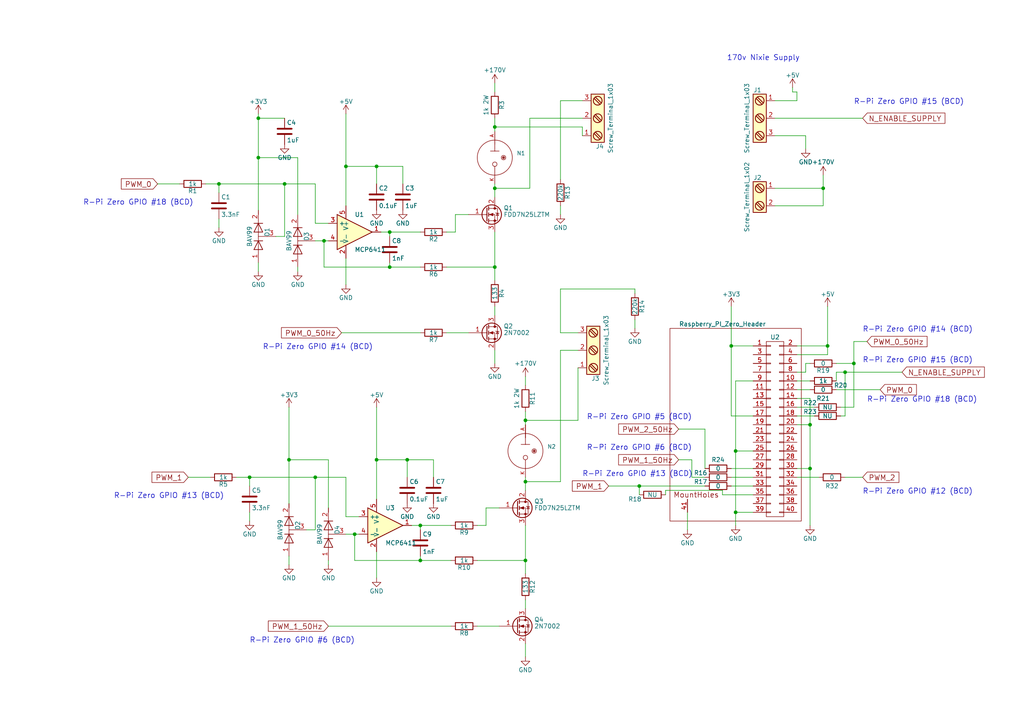
<source format=kicad_sch>
(kicad_sch (version 20230121) (generator eeschema)
  (paper "A4")
  (junction (at 74.93 34.29))
  (junction (at 247.65 105.41))
  (junction (at 245.11 107.95))
  (junction (at 143.51 36.83))
  (junction (at 121.92 152.4))
  (junction (at 118.11 133.35))
  (junction (at 454.66 323.85))
  (junction (at 454.66 283.21))
  (junction (at 420.37 294.64))
  (junction (at 143.51 54.61))
  (junction (at 386.08 294.64))
  (junction (at 238.76 54.61))
  (junction (at 424.18 323.85))
  (junction (at 82.55 53.34))
  (junction (at 405.13 316.23))
  (junction (at 424.18 313.69))
  (junction (at 121.92 162.56))
  (junction (at 113.03 67.31))
  (junction (at 100.33 48.26))
  (junction (at 234.95 135.89))
  (junction (at 212.09 100.33))
  (junction (at 91.44 138.43))
  (junction (at 83.82 133.35))
  (junction (at 240.03 100.33))
  (junction (at 109.22 133.35))
  (junction (at 63.5 53.34))
  (junction (at 234.95 123.19))
  (junction (at 113.03 77.47))
  (junction (at 213.36 148.59))
  (junction (at 74.93 45.72))
  (junction (at 152.4 139.7))
  (junction (at 374.65 299.72))
  (junction (at 109.22 48.26))
  (junction (at 454.66 300.99))
  (junction (at 93.98 69.85))
  (junction (at 411.48 294.64))
  (junction (at 102.87 154.94))
  (junction (at 393.7 299.72))
  (junction (at 185.42 140.97))
  (junction (at 72.39 138.43))
  (junction (at 213.36 130.81))
  (junction (at 152.4 162.56))
  (junction (at 143.51 77.47))
  (junction (at 152.4 121.92))
  (wire (pts (xy 212.09 140.97) (xy 218.44 140.97)))
  (wire (pts (xy 199.39 153.67) (xy 199.39 148.59)))
  (wire (pts (xy 374.65 302.26) (xy 374.65 299.72)))
  (wire (pts (xy 99.06 96.52) (xy 121.92 96.52)))
  (wire (pts (xy 118.11 133.35) (xy 125.73 133.35)))
  (wire (pts (xy 464.82 257.81) (xy 469.9 257.81)))
  (wire (pts (xy 152.4 152.4) (xy 152.4 162.56)))
  (wire (pts (xy 421.64 313.69) (xy 424.18 313.69)))
  (wire (pts (xy 443.23 308.61) (xy 443.23 313.69)))
  (wire (pts (xy 238.76 59.69) (xy 224.79 59.69)))
  (wire (pts (xy 83.82 118.11) (xy 83.82 133.35)))
  (wire (pts (xy 234.95 115.57) (xy 234.95 123.19)))
  (wire (pts (xy 454.66 300.99) (xy 464.82 300.99)))
  (wire (pts (xy 386.08 294.64) (xy 386.08 307.34)))
  (wire (pts (xy 250.19 138.43) (xy 245.11 138.43)))
  (wire (pts (xy 83.82 163.83) (xy 83.82 161.29)))
  (wire (pts (xy 82.55 34.29) (xy 74.93 34.29)))
  (wire (pts (xy 74.93 33.02) (xy 74.93 34.29)))
  (wire (pts (xy 68.58 138.43) (xy 72.39 138.43)))
  (wire (pts (xy 153.67 34.29) (xy 153.67 54.61)))
  (wire (pts (xy 242.57 107.95) (xy 245.11 107.95)))
  (wire (pts (xy 240.03 102.87) (xy 231.14 102.87)))
  (wire (pts (xy 440.69 342.9) (xy 447.04 342.9)))
  (wire (pts (xy 109.22 48.26) (xy 109.22 53.34)))
  (wire (pts (xy 95.25 163.83) (xy 95.25 162.56)))
  (wire (pts (xy 204.47 124.46) (xy 196.85 124.46)))
  (wire (pts (xy 247.65 118.11) (xy 243.84 118.11)))
  (wire (pts (xy 162.56 101.6) (xy 167.64 101.6)))
  (wire (pts (xy 82.55 53.34) (xy 91.44 53.34)))
  (wire (pts (xy 109.22 118.11) (xy 109.22 133.35)))
  (wire (pts (xy 91.44 69.85) (xy 93.98 69.85)))
  (wire (pts (xy 91.44 138.43) (xy 100.33 138.43)))
  (wire (pts (xy 102.87 154.94) (xy 102.87 162.56)))
  (wire (pts (xy 121.92 153.67) (xy 121.92 152.4)))
  (wire (pts (xy 200.66 133.35) (xy 196.85 133.35)))
  (wire (pts (xy 374.65 312.42) (xy 374.65 309.88)))
  (wire (pts (xy 140.97 152.4) (xy 138.43 152.4)))
  (wire (pts (xy 88.9 153.67) (xy 91.44 153.67)))
  (wire (pts (xy 119.38 152.4) (xy 121.92 152.4)))
  (wire (pts (xy 113.03 68.58) (xy 113.03 67.31)))
  (wire (pts (xy 402.59 311.15) (xy 406.4 311.15)))
  (wire (pts (xy 152.4 119.38) (xy 152.4 121.92)))
  (wire (pts (xy 193.04 143.51) (xy 193.04 142.24)))
  (wire (pts (xy 238.76 54.61) (xy 238.76 59.69)))
  (wire (pts (xy 152.4 139.7) (xy 152.4 142.24)))
  (wire (pts (xy 224.79 39.37) (xy 233.68 39.37)))
  (wire (pts (xy 168.91 36.83) (xy 143.51 36.83)))
  (wire (pts (xy 240.03 100.33) (xy 240.03 102.87)))
  (wire (pts (xy 231.14 115.57) (xy 234.95 115.57)))
  (wire (pts (xy 231.14 118.11) (xy 236.22 118.11)))
  (wire (pts (xy 100.33 33.02) (xy 100.33 48.26)))
  (wire (pts (xy 443.23 308.61) (xy 447.04 308.61)))
  (wire (pts (xy 109.22 167.64) (xy 109.22 160.02)))
  (wire (pts (xy 140.97 147.32) (xy 140.97 152.4)))
  (wire (pts (xy 424.18 313.69) (xy 433.07 313.69)))
  (wire (pts (xy 234.95 135.89) (xy 234.95 152.4)))
  (wire (pts (xy 91.44 53.34) (xy 91.44 64.77)))
  (wire (pts (xy 143.51 54.61) (xy 143.51 57.15)))
  (wire (pts (xy 121.92 162.56) (xy 130.81 162.56)))
  (wire (pts (xy 243.84 120.65) (xy 245.11 120.65)))
  (wire (pts (xy 218.44 100.33) (xy 212.09 100.33)))
  (wire (pts (xy 209.55 143.51) (xy 218.44 143.51)))
  (wire (pts (xy 118.11 133.35) (xy 118.11 138.43)))
  (wire (pts (xy 231.14 135.89) (xy 234.95 135.89)))
  (wire (pts (xy 152.4 173.99) (xy 152.4 176.53)))
  (wire (pts (xy 370.84 299.72) (xy 374.65 299.72)))
  (wire (pts (xy 86.36 62.23) (xy 86.36 45.72)))
  (wire (pts (xy 247.65 99.06) (xy 251.46 99.06)))
  (wire (pts (xy 193.04 142.24) (xy 209.55 142.24)))
  (wire (pts (xy 184.15 85.09) (xy 184.15 83.82)))
  (wire (pts (xy 152.4 138.43) (xy 152.4 139.7)))
  (wire (pts (xy 109.22 133.35) (xy 109.22 144.78)))
  (wire (pts (xy 184.15 83.82) (xy 162.56 83.82)))
  (wire (pts (xy 72.39 151.13) (xy 72.39 148.59)))
  (wire (pts (xy 86.36 78.74) (xy 86.36 77.47)))
  (wire (pts (xy 236.22 120.65) (xy 231.14 120.65)))
  (wire (pts (xy 238.76 50.8) (xy 238.76 54.61)))
  (wire (pts (xy 411.48 294.64) (xy 420.37 294.64)))
  (wire (pts (xy 125.73 133.35) (xy 125.73 138.43)))
  (wire (pts (xy 224.79 54.61) (xy 238.76 54.61)))
  (wire (pts (xy 405.13 323.85) (xy 424.18 323.85)))
  (wire (pts (xy 109.22 48.26) (xy 116.84 48.26)))
  (wire (pts (xy 212.09 138.43) (xy 218.44 138.43)))
  (wire (pts (xy 116.84 48.26) (xy 116.84 53.34)))
  (wire (pts (xy 218.44 130.81) (xy 213.36 130.81)))
  (wire (pts (xy 218.44 110.49) (xy 213.36 110.49)))
  (wire (pts (xy 405.13 316.23) (xy 406.4 316.23)))
  (wire (pts (xy 209.55 142.24) (xy 209.55 143.51)))
  (wire (pts (xy 93.98 69.85) (xy 95.25 69.85)))
  (wire (pts (xy 397.51 294.64) (xy 397.51 308.61)))
  (wire (pts (xy 486.41 245.11) (xy 464.82 245.11)))
  (wire (pts (xy 102.87 154.94) (xy 104.14 154.94)))
  (wire (pts (xy 143.51 67.31) (xy 143.51 77.47)))
  (wire (pts (xy 143.51 34.29) (xy 143.51 36.83)))
  (wire (pts (xy 91.44 153.67) (xy 91.44 138.43)))
  (wire (pts (xy 231.14 110.49) (xy 234.95 110.49)))
  (wire (pts (xy 113.03 77.47) (xy 121.92 77.47)))
  (wire (pts (xy 242.57 113.03) (xy 255.27 113.03)))
  (wire (pts (xy 363.22 299.72) (xy 356.87 299.72)))
  (wire (pts (xy 424.18 322.58) (xy 424.18 323.85)))
  (wire (pts (xy 212.09 88.9) (xy 212.09 100.33)))
  (wire (pts (xy 245.11 107.95) (xy 261.62 107.95)))
  (wire (pts (xy 469.9 283.21) (xy 454.66 283.21)))
  (wire (pts (xy 72.39 140.97) (xy 72.39 138.43)))
  (wire (pts (xy 59.69 53.34) (xy 63.5 53.34)))
  (wire (pts (xy 242.57 105.41) (xy 247.65 105.41)))
  (wire (pts (xy 427.99 294.64) (xy 427.99 299.72)))
  (wire (pts (xy 143.51 36.83) (xy 143.51 38.1)))
  (wire (pts (xy 464.82 245.11) (xy 464.82 257.81)))
  (wire (pts (xy 80.01 68.58) (xy 82.55 68.58)))
  (wire (pts (xy 424.18 323.85) (xy 433.07 323.85)))
  (wire (pts (xy 454.66 300.99) (xy 454.66 303.53)))
  (wire (pts (xy 213.36 148.59) (xy 218.44 148.59)))
  (wire (pts (xy 162.56 96.52) (xy 167.64 96.52)))
  (wire (pts (xy 110.49 67.31) (xy 113.03 67.31)))
  (wire (pts (xy 454.66 280.67) (xy 454.66 283.21)))
  (wire (pts (xy 52.07 53.34) (xy 45.72 53.34)))
  (wire (pts (xy 405.13 316.23) (xy 405.13 323.85)))
  (wire (pts (xy 402.59 299.72) (xy 402.59 311.15)))
  (wire (pts (xy 469.9 267.97) (xy 469.9 283.21)))
  (wire (pts (xy 63.5 53.34) (xy 82.55 53.34)))
  (wire (pts (xy 411.48 294.64) (xy 411.48 306.07)))
  (wire (pts (xy 162.56 29.21) (xy 162.56 52.07)))
  (wire (pts (xy 454.66 283.21) (xy 454.66 284.48)))
  (wire (pts (xy 231.14 113.03) (xy 234.95 113.03)))
  (wire (pts (xy 245.11 120.65) (xy 245.11 107.95)))
  (wire (pts (xy 247.65 105.41) (xy 247.65 118.11)))
  (wire (pts (xy 138.43 162.56) (xy 152.4 162.56)))
  (wire (pts (xy 213.36 130.81) (xy 213.36 148.59)))
  (wire (pts (xy 200.66 138.43) (xy 204.47 138.43)))
  (wire (pts (xy 100.33 149.86) (xy 104.14 149.86)))
  (wire (pts (xy 240.03 88.9) (xy 240.03 100.33)))
  (wire (pts (xy 204.47 135.89) (xy 204.47 124.46)))
  (wire (pts (xy 60.96 138.43) (xy 54.61 138.43)))
  (wire (pts (xy 152.4 162.56) (xy 152.4 166.37)))
  (wire (pts (xy 402.59 316.23) (xy 405.13 316.23)))
  (wire (pts (xy 212.09 120.65) (xy 218.44 120.65)))
  (wire (pts (xy 184.15 95.25) (xy 184.15 92.71)))
  (wire (pts (xy 454.66 313.69) (xy 454.66 323.85)))
  (wire (pts (xy 167.64 106.68) (xy 167.64 121.92)))
  (wire (pts (xy 229.87 26.67) (xy 229.87 25.4)))
  (wire (pts (xy 397.51 325.12) (xy 397.51 323.85)))
  (wire (pts (xy 464.82 262.89) (xy 469.9 262.89)))
  (wire (pts (xy 143.51 77.47) (xy 143.51 81.28)))
  (wire (pts (xy 486.41 246.38) (xy 486.41 245.11)))
  (wire (pts (xy 231.14 26.67) (xy 229.87 26.67)))
  (wire (pts (xy 152.4 121.92) (xy 152.4 123.19)))
  (wire (pts (xy 132.08 67.31) (xy 129.54 67.31)))
  (wire (pts (xy 393.7 299.72) (xy 402.59 299.72)))
  (wire (pts (xy 109.22 133.35) (xy 118.11 133.35)))
  (wire (pts (xy 420.37 294.64) (xy 427.99 294.64)))
  (wire (pts (xy 95.25 133.35) (xy 95.25 147.32)))
  (wire (pts (xy 213.36 148.59) (xy 213.36 152.4)))
  (wire (pts (xy 93.98 69.85) (xy 93.98 77.47)))
  (wire (pts (xy 176.53 140.97) (xy 185.42 140.97)))
  (wire (pts (xy 100.33 48.26) (xy 109.22 48.26)))
  (wire (pts (xy 454.66 335.28) (xy 454.66 337.82)))
  (wire (pts (xy 82.55 68.58) (xy 82.55 53.34)))
  (wire (pts (xy 152.4 109.22) (xy 152.4 111.76)))
  (wire (pts (xy 454.66 270.51) (xy 454.66 273.05)))
  (wire (pts (xy 424.18 314.96) (xy 424.18 313.69)))
  (wire (pts (xy 113.03 76.2) (xy 113.03 77.47)))
  (wire (pts (xy 185.42 143.51) (xy 185.42 140.97)))
  (wire (pts (xy 143.51 88.9) (xy 143.51 91.44)))
  (wire (pts (xy 168.91 29.21) (xy 162.56 29.21)))
  (wire (pts (xy 411.48 279.4) (xy 411.48 294.64)))
  (wire (pts (xy 231.14 100.33) (xy 240.03 100.33)))
  (wire (pts (xy 153.67 54.61) (xy 143.51 54.61)))
  (wire (pts (xy 83.82 133.35) (xy 95.25 133.35)))
  (wire (pts (xy 393.7 314.96) (xy 393.7 299.72)))
  (wire (pts (xy 185.42 140.97) (xy 204.47 140.97)))
  (wire (pts (xy 397.51 342.9) (xy 433.07 342.9)))
  (wire (pts (xy 234.95 123.19) (xy 234.95 135.89)))
  (wire (pts (xy 74.93 78.74) (xy 74.93 76.2)))
  (wire (pts (xy 74.93 45.72) (xy 74.93 60.96)))
  (wire (pts (xy 162.56 139.7) (xy 162.56 101.6)))
  (wire (pts (xy 72.39 138.43) (xy 91.44 138.43)))
  (wire (pts (xy 63.5 66.04) (xy 63.5 63.5)))
  (wire (pts (xy 247.65 99.06) (xy 247.65 105.41)))
  (wire (pts (xy 231.14 123.19) (xy 234.95 123.19)))
  (wire (pts (xy 233.68 107.95) (xy 233.68 105.41)))
  (wire (pts (xy 100.33 138.43) (xy 100.33 149.86)))
  (wire (pts (xy 83.82 133.35) (xy 83.82 146.05)))
  (wire (pts (xy 224.79 29.21) (xy 231.14 29.21)))
  (wire (pts (xy 102.87 162.56) (xy 121.92 162.56)))
  (wire (pts (xy 168.91 34.29) (xy 153.67 34.29)))
  (wire (pts (xy 386.08 325.12) (xy 386.08 322.58)))
  (wire (pts (xy 93.98 77.47) (xy 113.03 77.47)))
  (wire (pts (xy 113.03 67.31) (xy 121.92 67.31)))
  (wire (pts (xy 129.54 96.52) (xy 135.89 96.52)))
  (wire (pts (xy 233.68 105.41) (xy 234.95 105.41)))
  (wire (pts (xy 231.14 138.43) (xy 237.49 138.43)))
  (wire (pts (xy 213.36 110.49) (xy 213.36 130.81)))
  (wire (pts (xy 152.4 139.7) (xy 162.56 139.7)))
  (wire (pts (xy 100.33 48.26) (xy 100.33 59.69)))
  (wire (pts (xy 386.08 279.4) (xy 386.08 294.64)))
  (wire (pts (xy 91.44 64.77) (xy 95.25 64.77)))
  (wire (pts (xy 132.08 62.23) (xy 132.08 67.31)))
  (wire (pts (xy 143.51 24.13) (xy 143.51 26.67)))
  (wire (pts (xy 200.66 133.35) (xy 200.66 138.43)))
  (wire (pts (xy 143.51 105.41) (xy 143.51 101.6)))
  (wire (pts (xy 374.65 299.72) (xy 393.7 299.72)))
  (wire (pts (xy 132.08 62.23) (xy 135.89 62.23)))
  (wire (pts (xy 464.82 300.99) (xy 464.82 262.89)))
  (wire (pts (xy 212.09 100.33) (xy 212.09 120.65)))
  (wire (pts (xy 386.08 294.64) (xy 397.51 294.64)))
  (wire (pts (xy 231.14 29.21) (xy 231.14 26.67)))
  (wire (pts (xy 212.09 135.89) (xy 218.44 135.89)))
  (wire (pts (xy 486.41 256.54) (xy 486.41 254)))
  (wire (pts (xy 454.66 323.85) (xy 454.66 327.66)))
  (wire (pts (xy 74.93 34.29) (xy 74.93 45.72)))
  (wire (pts (xy 440.69 323.85) (xy 454.66 323.85)))
  (wire (pts (xy 129.54 77.47) (xy 143.51 77.47)))
  (wire (pts (xy 152.4 190.5) (xy 152.4 186.69)))
  (wire (pts (xy 454.66 299.72) (xy 454.66 300.99)))
  (wire (pts (xy 233.68 39.37) (xy 233.68 43.18)))
  (wire (pts (xy 86.36 45.72) (xy 74.93 45.72)))
  (wire (pts (xy 168.91 39.37) (xy 168.91 36.83)))
  (wire (pts (xy 140.97 147.32) (xy 144.78 147.32)))
  (wire (pts (xy 121.92 161.29) (xy 121.92 162.56)))
  (wire (pts (xy 143.51 53.34) (xy 143.51 54.61)))
  (wire (pts (xy 231.14 107.95) (xy 233.68 107.95)))
  (wire (pts (xy 250.19 34.29) (xy 224.79 34.29)))
  (wire (pts (xy 391.16 314.96) (xy 393.7 314.96)))
  (wire (pts (xy 63.5 55.88) (xy 63.5 53.34)))
  (wire (pts (xy 162.56 83.82) (xy 162.56 96.52)))
  (wire (pts (xy 167.64 121.92) (xy 152.4 121.92)))
  (wire (pts (xy 420.37 294.64) (xy 420.37 299.72)))
  (wire (pts (xy 411.48 328.93) (xy 411.48 321.31)))
  (wire (pts (xy 443.23 313.69) (xy 440.69 313.69)))
  (wire (pts (xy 121.92 152.4) (xy 130.81 152.4)))
  (wire (pts (xy 138.43 181.61) (xy 144.78 181.61)))
  (wire (pts (xy 162.56 62.23) (xy 162.56 59.69)))
  (wire (pts (xy 454.66 351.79) (xy 454.66 347.98)))
  (wire (pts (xy 242.57 110.49) (xy 242.57 107.95)))
  (wire (pts (xy 95.25 181.61) (xy 130.81 181.61)))
  (wire (pts (xy 100.33 82.55) (xy 100.33 74.93)))
  (wire (pts (xy 100.33 154.94) (xy 102.87 154.94)))
  (text "R-Pi Zero GPIO #18 (BCD)" (at 24.13 59.69 0) (effects (font (size 1.524 1.524)) (justify left bottom)))
  (text "R-Pi Zero GPIO #15 (BCD)\n" (at 250.19 105.41 0) (effects (font (size 1.524 1.524)) (justify left bottom)))
  (text "R-Pi Zero GPIO #5 (BCD)" (at 374.65 349.25 0) (effects (font (size 1.524 1.524)) (justify left bottom)))
  (text "R-Pi Zero GPIO #6 (BCD)" (at 72.39 186.69 0) (effects (font (size 1.524 1.524)) (justify left bottom)))
  (text "R-Pi Zero GPIO #6 (BCD)" (at 170.18 130.81 0) (effects (font (size 1.524 1.524)) (justify left bottom)))
  (text "R-Pi Zero GPIO #12 (BCD)" (at 250.19 143.51 0) (effects (font (size 1.524 1.524)) (justify left bottom)))
  (text "R-Pi Zero GPIO #14 (BCD)" (at 250.19 96.52 0) (effects (font (size 1.524 1.524)) (justify left bottom)))
  (text "R-Pi Zero GPIO #14 (BCD)" (at 76.2 101.6 0) (effects (font (size 1.524 1.524)) (justify left bottom)))
  (text "R-Pi Zero GPIO #13 (BCD)" (at 168.91 138.43 0) (effects (font (size 1.524 1.524)) (justify left bottom)))
  (text "R-Pi Zero GPIO #13 (BCD)" (at 33.02 144.78 0) (effects (font (size 1.524 1.524)) (justify left bottom)))
  (text "170v Nixie Supply \n" (at 210.82 17.78 0) (effects (font (size 1.524 1.524)) (justify left bottom)))
  (text "R-Pi Zero GPIO #12 (BCD)" (at 335.28 306.07 0) (effects (font (size 1.524 1.524)) (justify left bottom)))
  (text "R-Pi Zero GPIO #5 (BCD)" (at 170.18 121.92 0) (effects (font (size 1.524 1.524)) (justify left bottom)))
  (text "R-Pi Zero GPIO #18 (BCD)" (at 251.46 116.84 0) (effects (font (size 1.524 1.524)) (justify left bottom)))
  (text "R-Pi Zero GPIO #15 (BCD)\n" (at 247.65 30.48 0) (effects (font (size 1.524 1.524)) (justify left bottom)))
  (global_label "PWM_0" (shape input) (at 45.72 53.34 180) (effects (font (size 1.524 1.524))) (property "Intersheetrefs" "${INTERSHEET_REFS}" (effects hide)))
  (global_label "PWM_1" (shape input) (at 176.53 140.97 180) (effects (font (size 1.524 1.524))) (property "Intersheetrefs" "${INTERSHEET_REFS}" (effects hide)))
  (global_label "PWM_2_50Hz" (shape input) (at 397.51 342.9 180) (effects (font (size 1.524 1.524))) (property "Intersheetrefs" "${INTERSHEET_REFS}" (effects hide)))
  (global_label "N_ENABLE_SUPPLY" (shape input) (at 250.19 34.29 0) (effects (font (size 1.524 1.524))) (property "Intersheetrefs" "${INTERSHEET_REFS}" (effects hide)))
  (global_label "PWM_2" (shape input) (at 356.87 299.72 180) (effects (font (size 1.524 1.524))) (property "Intersheetrefs" "${INTERSHEET_REFS}" (effects hide)))
  (global_label "PWM_0_50Hz" (shape input) (at 251.46 99.06 0) (effects (font (size 1.524 1.524))) (property "Intersheetrefs" "${INTERSHEET_REFS}" (effects hide)))
  (global_label "PWM_1_50Hz" (shape input) (at 196.85 133.35 180) (effects (font (size 1.524 1.524))) (property "Intersheetrefs" "${INTERSHEET_REFS}" (effects hide)))
  (global_label "N_ENABLE_SUPPLY" (shape input) (at 261.62 107.95 0) (effects (font (size 1.524 1.524))) (property "Intersheetrefs" "${INTERSHEET_REFS}" (effects hide)))
  (global_label "PWM_2_50Hz" (shape input) (at 196.85 124.46 180) (effects (font (size 1.524 1.524))) (property "Intersheetrefs" "${INTERSHEET_REFS}" (effects hide)))
  (global_label "PWM_0" (shape input) (at 255.27 113.03 0) (effects (font (size 1.524 1.524))) (property "Intersheetrefs" "${INTERSHEET_REFS}" (effects hide)))
  (global_label "PWM_1" (shape input) (at 54.61 138.43 180) (effects (font (size 1.524 1.524))) (property "Intersheetrefs" "${INTERSHEET_REFS}" (effects hide)))
  (global_label "PWM_1_50Hz" (shape input) (at 95.25 181.61 180) (effects (font (size 1.524 1.524))) (property "Intersheetrefs" "${INTERSHEET_REFS}" (effects hide)))
  (global_label "PWM_2" (shape input) (at 250.19 138.43 0) (effects (font (size 1.524 1.524))) (property "Intersheetrefs" "${INTERSHEET_REFS}" (effects hide)))
  (global_label "PWM_0_50Hz" (shape input) (at 99.06 96.52 180) (effects (font (size 1.524 1.524))) (property "Intersheetrefs" "${INTERSHEET_REFS}" (effects hide)))
  (symbol (lib_id "NixieBargraphHat-rescue:R") (at 55.88 53.34 270) (unit 1)
    (property "Reference" "R1" (at 55.88 55.372 90))
    (property "Value" "1k" (at 55.88 53.34 90))
    (property "Footprint" "Resistor_SMD:R_0805_2012Metric_Pad1.20x1.40mm_HandSolder" (effects hide))
    (property "Datasheet" "https://www.digikey.com/product-detail/en/yageo/RC0805FR-071KL/311-1.00KCRCT-ND/730391" (effects hide))
    (property "MPN" "RC0805FR-071KL" (effects hide))
  )
  (symbol (lib_id "NixieBargraphHat-rescue:C") (at 63.5 59.69 0) (unit 1)
    (property "Reference" "C1" (at 64.135 57.15 0) (effects (justify left)))
    (property "Value" "3.3nF" (at 64.135 62.23 0) (effects (justify left)))
    (property "Footprint" "Capacitor_SMD:C_0805_2012Metric_Pad1.18x1.45mm_HandSolder" (effects hide))
    (property "Datasheet" "https://www.digikey.com/product-detail/en/kemet/C0805C332KDRACAUTO/399-16654-1-ND/8110020" (effects hide))
    (property "MPN" "C0805C332KDRACAUTO" (effects hide))
  )
  (symbol (lib_id "NixieBargraphHat-rescue:R") (at 143.51 85.09 0) (unit 1)
    (property "Reference" "R4" (at 145.542 85.09 90))
    (property "Value" "133" (at 143.51 85.09 90))
    (property "Footprint" "Resistor_SMD:R_0805_2012Metric_Pad1.20x1.40mm_HandSolder" (effects hide))
    (property "Datasheet" "https://www.digikey.com/product-detail/en/yageo/RC0805FR-07133RL/311-133CRCT-ND/730538" (effects hide))
    (property "MPN" "RC0805FR-07133RL" (effects hide))
  )
  (symbol (lib_id "NixieBargraphHat-rescue:R") (at 125.73 67.31 270) (unit 1)
    (property "Reference" "R2" (at 125.73 69.342 90))
    (property "Value" "1k" (at 125.73 67.31 90))
    (property "Footprint" "Resistor_SMD:R_0805_2012Metric_Pad1.20x1.40mm_HandSolder" (effects hide))
    (property "Datasheet" "https://www.digikey.com/product-detail/en/yageo/RC0805FR-071KL/311-1.00KCRCT-ND/730391" (effects hide))
    (property "MPN" "RC0805FR-078K2L" (effects hide))
  )
  (symbol (lib_id "NixieBargraphHat-rescue:R") (at 143.51 30.48 0) (unit 1)
    (property "Reference" "R3" (at 145.542 30.48 90))
    (property "Value" "1k 2W" (at 140.97 30.48 90))
    (property "Footprint" "Resistor_THT:R_Axial_DIN0411_L9.9mm_D3.6mm_P12.70mm_Horizontal" (effects hide))
    (property "Datasheet" "https://www.digikey.com/product-detail/en/vishay-bc-components/PR02000201001JR500/PPC1.0KW-2TR-ND/596130" (effects hide))
    (property "MPN" "PR02000201001JR500" (effects hide))
  )
  (symbol (lib_id "NixieBargraphHat-rescue:MCP6001") (at 102.87 67.31 0) (unit 1)
    (property "Reference" "U1" (at 102.87 62.23 0) (effects (justify left)))
    (property "Value" "MCP6411" (at 102.87 72.39 0) (effects (justify left)))
    (property "Footprint" "Package_TO_SOT_SMD:SOT-23-5_HandSoldering" (effects hide))
    (property "Datasheet" "http://ww1.microchip.com/downloads/en/DeviceDoc/20005791B.pdf" (effects hide))
    (property "MPN" "MCP6411T-E/OT" (effects hide))
  )
  (symbol (lib_id "NixieBargraphHat-rescue:2N7002") (at 140.97 96.52 0) (unit 1)
    (property "Reference" "Q2" (at 146.05 94.615 0) (effects (justify left)))
    (property "Value" "2N7002" (at 146.05 96.52 0) (effects (justify left)))
    (property "Footprint" "Package_TO_SOT_SMD:SOT-23" (effects hide))
    (property "Datasheet" "https://www.digikey.com/product-detail/en/micro-commercial-co/2N7002-TP/2N7002-TPMSTR-ND/1959296" (effects hide))
    (property "MPN" "2N7002-TP" (effects hide))
  )
  (symbol (lib_id "NixieBargraphHat-rescue:BSP129") (at 140.97 62.23 0) (unit 1)
    (property "Reference" "Q1" (at 146.05 60.325 0) (effects (justify left)))
    (property "Value" "FDD7N25LZTM" (at 146.05 62.23 0) (effects (justify left)))
    (property "Footprint" "Package_TO_SOT_SMD:TO-252-2" (effects hide))
    (property "Datasheet" "https://www.digikey.com/product-detail/en/on-semiconductor/FDD7N25LZTM/FDD7N25LZTMCT-ND/3908038" (effects hide))
    (property "MPN" "FDD7N25LZTM" (effects hide))
  )
  (symbol (lib_id "NixieBargraphHat-newparts:GND") (at 143.51 105.41 0) (unit 1)
    (property "Reference" "#PWR01" (effects hide))
    (property "Value" "GND" (at 143.51 109.22 0))
  )
  (symbol (lib_id "NixieBargraphHat-newparts:GND") (at 100.33 82.55 0) (unit 1)
    (property "Reference" "#PWR02" (effects hide))
    (property "Value" "GND" (at 100.33 86.36 0))
  )
  (symbol (lib_id "NixieBargraphHat-newparts:GND") (at 63.5 66.04 0) (unit 1)
    (property "Reference" "#PWR03" (effects hide))
    (property "Value" "GND" (at 63.5 69.85 0))
  )
  (symbol (lib_id "NixieBargraphHat-newparts:+170V") (at 143.51 24.13 0) (unit 1)
    (property "Reference" "#PWR04" (effects hide))
    (property "Value" "+170V" (at 143.51 20.32 0))
  )
  (symbol (lib_id "NixieBargraphHat-newparts:GND") (at 74.93 78.74 0) (unit 1)
    (property "Reference" "#PWR05" (effects hide))
    (property "Value" "GND" (at 74.93 82.55 0))
  )
  (symbol (lib_id "NixieBargraphHat-newparts:+3.3V") (at 74.93 33.02 0) (unit 1)
    (property "Reference" "#PWR06" (effects hide))
    (property "Value" "+3.3V" (at 74.93 29.464 0))
  )
  (symbol (lib_id "NixieBargraphHat-rescue:D_x2_Serial_AKC") (at 74.93 68.58 90) (unit 1)
    (property "Reference" "D1" (at 77.47 67.31 0))
    (property "Value" "BAV99" (at 72.39 68.58 0))
    (property "Footprint" "Package_TO_SOT_SMD:SOT-23" (effects hide))
    (property "Datasheet" "https://www.digikey.com/product-detail/en/nexperia-usa-inc/BAV99235/1727-4311-1-ND/2209921" (effects hide))
    (property "MPN" "BAV99,235" (effects hide))
  )
  (symbol (lib_id "NixieBargraphHat-rescue:C") (at 109.22 57.15 0) (unit 1)
    (property "Reference" "C2" (at 109.855 54.61 0) (effects (justify left)))
    (property "Value" "0.1uF" (at 109.855 59.69 0) (effects (justify left)))
    (property "Footprint" "Capacitor_SMD:C_0805_2012Metric_Pad1.18x1.45mm_HandSolder" (effects hide))
    (property "Datasheet" "https://www.digikey.com/product-detail/en/kemet/C0805C104K3RACTU/399-1168-2-ND/411167" (effects hide))
    (property "MPN" "C0805C104K3RACTU" (effects hide))
  )
  (symbol (lib_id "NixieBargraphHat-newparts:GND") (at 109.22 60.96 0) (unit 1)
    (property "Reference" "#PWR07" (effects hide))
    (property "Value" "GND" (at 109.22 64.77 0))
  )
  (symbol (lib_id "NixieBargraphHat-rescue:C") (at 116.84 57.15 0) (unit 1)
    (property "Reference" "C3" (at 117.475 54.61 0) (effects (justify left)))
    (property "Value" "1uF" (at 117.475 59.69 0) (effects (justify left)))
    (property "Footprint" "Capacitor_SMD:C_0805_2012Metric_Pad1.18x1.45mm_HandSolder" (effects hide))
    (property "Datasheet" "https://www.digikey.com/product-detail/en/samsung-electro-mechanics/CL21F105ZBFNNNE/1276-3010-2-ND/3888668" (effects hide))
    (property "MPN" "CL21F105ZBFNNNE" (effects hide))
  )
  (symbol (lib_id "NixieBargraphHat-newparts:GND") (at 116.84 60.96 0) (unit 1)
    (property "Reference" "#PWR08" (effects hide))
    (property "Value" "GND" (at 116.84 64.77 0))
  )
  (symbol (lib_id "NixieBargraphHat-rescue:Raspberry_PI_Zero_Hat") (at 214.63 121.92 0) (unit 1)
    (property "Reference" "U2" (at 224.79 97.79 0))
    (property "Value" "Raspberry_PI_Zero_Header" (at 209.55 93.98 0))
    (property "Footprint" "etaclock:Raspberry_Pi_Zero_40pins" (effects hide))
  )
  (symbol (lib_id "NixieBargraphHat-rescue:Screw_Terminal_1x03") (at 219.71 34.29 0) (unit 1)
    (property "Reference" "J1" (at 219.71 25.4 0) (effects (justify top)))
    (property "Value" "Screw_Terminal_1x03" (at 215.9 34.29 90) (effects (justify top)))
    (property "Footprint" "TerminalBlock_Phoenix:TerminalBlock_Phoenix_MPT-0,5-3-2.54_1x03_P2.54mm_Horizontal" (effects hide))
    (property "Datasheet" "https://www.digikey.com/product-detail/en/phoenix-contact/1725669/277-1274-ND/267463" (effects hide))
    (property "MPN" "1725669" (effects hide))
  )
  (symbol (lib_id "NixieBargraphHat-rescue:Screw_Terminal_1x02") (at 219.71 57.15 0) (unit 1)
    (property "Reference" "J2" (at 219.71 50.8 0) (effects (justify top)))
    (property "Value" "Screw_Terminal_1x02" (at 215.9 57.15 90) (effects (justify top)))
    (property "Footprint" "TerminalBlock_Phoenix:TerminalBlock_Phoenix_MPT-0,5-3-2.54_1x02_P2.54mm_Horizontal" (effects hide))
    (property "Datasheet" "https://www.digikey.com/product-detail/en/phoenix-contact/1725656/277-1273-ND/267462" (effects hide))
    (property "MPN" "1725656" (effects hide))
  )
  (symbol (lib_id "NixieBargraphHat-newparts:+170V") (at 238.76 50.8 0) (unit 1)
    (property "Reference" "#PWR09" (effects hide))
    (property "Value" "+170V" (at 238.76 46.99 0))
  )
  (symbol (lib_id "NixieBargraphHat-newparts:GND") (at 233.68 43.18 0) (unit 1)
    (property "Reference" "#PWR010" (effects hide))
    (property "Value" "GND" (at 233.68 46.99 0))
  )
  (symbol (lib_id "NixieBargraphHat-newparts:+5V") (at 229.87 25.4 0) (unit 1)
    (property "Reference" "#PWR011" (effects hide))
    (property "Value" "+5V" (at 229.87 21.844 0))
  )
  (symbol (lib_id "NixieBargraphHat-newparts:GND") (at 213.36 152.4 0) (unit 1)
    (property "Reference" "#PWR012" (effects hide))
    (property "Value" "GND" (at 213.36 156.21 0))
  )
  (symbol (lib_id "NixieBargraphHat-newparts:+5V") (at 240.03 88.9 0) (unit 1)
    (property "Reference" "#PWR013" (effects hide))
    (property "Value" "+5V" (at 240.03 85.344 0))
  )
  (symbol (lib_id "NixieBargraphHat-newparts:+3.3V") (at 212.09 88.9 0) (unit 1)
    (property "Reference" "#PWR014" (effects hide))
    (property "Value" "+3.3V" (at 212.09 85.344 0))
  )
  (symbol (lib_id "NixieBargraphHat-newparts:GND") (at 234.95 152.4 0) (unit 1)
    (property "Reference" "#PWR015" (effects hide))
    (property "Value" "GND" (at 234.95 156.21 0))
  )
  (symbol (lib_id "NixieBargraphHat-newparts:+5V") (at 100.33 33.02 0) (unit 1)
    (property "Reference" "#PWR016" (effects hide))
    (property "Value" "+5V" (at 100.33 29.464 0))
  )
  (symbol (lib_id "NixieBargraphHat-rescue:R") (at 64.77 138.43 270) (unit 1)
    (property "Reference" "R5" (at 64.77 140.462 90))
    (property "Value" "1k" (at 64.77 138.43 90))
    (property "Footprint" "Resistor_SMD:R_0805_2012Metric_Pad1.20x1.40mm_HandSolder" (effects hide))
    (property "Datasheet" "https://www.digikey.com/product-detail/en/yageo/RC0805FR-071KL/311-1.00KCRCT-ND/730391" (effects hide))
    (property "MPN" "RC0805FR-071KL" (effects hide))
  )
  (symbol (lib_id "NixieBargraphHat-rescue:C") (at 72.39 144.78 0) (unit 1)
    (property "Reference" "C5" (at 73.025 142.24 0) (effects (justify left)))
    (property "Value" "3.3nF" (at 73.025 147.32 0) (effects (justify left)))
    (property "Footprint" "Capacitor_SMD:C_0805_2012Metric_Pad1.18x1.45mm_HandSolder" (effects hide))
    (property "Datasheet" "https://www.digikey.com/product-detail/en/kemet/C0805C332KDRACAUTO/399-16654-1-ND/8110020" (effects hide))
    (property "MPN" "C0805C332KDRACAUTO" (effects hide))
  )
  (symbol (lib_id "NixieBargraphHat-rescue:R") (at 152.4 170.18 0) (unit 1)
    (property "Reference" "R12" (at 154.432 170.18 90))
    (property "Value" "133" (at 152.4 170.18 90))
    (property "Footprint" "Resistor_SMD:R_0805_2012Metric_Pad1.20x1.40mm_HandSolder" (effects hide))
    (property "Datasheet" "https://www.digikey.com/product-detail/en/yageo/RC0805FR-07133RL/311-133CRCT-ND/730538" (effects hide))
    (property "MPN" "RC0805FR-07133RL" (effects hide))
  )
  (symbol (lib_id "NixieBargraphHat-rescue:R") (at 134.62 152.4 270) (unit 1)
    (property "Reference" "R9" (at 134.62 154.432 90))
    (property "Value" "1k" (at 134.62 152.4 90))
    (property "Footprint" "Resistor_SMD:R_0805_2012Metric_Pad1.20x1.40mm_HandSolder" (effects hide))
    (property "Datasheet" "https://www.digikey.com/product-detail/en/yageo/RC0805FR-071KL/311-1.00KCRCT-ND/730391" (effects hide))
    (property "MPN" "RC0805FR-078K2L" (effects hide))
  )
  (symbol (lib_id "NixieBargraphHat-rescue:R") (at 152.4 115.57 0) (unit 1)
    (property "Reference" "R11" (at 154.432 115.57 90))
    (property "Value" "1k 2W" (at 149.86 115.57 90))
    (property "Footprint" "Resistor_THT:R_Axial_DIN0411_L9.9mm_D3.6mm_P12.70mm_Horizontal" (effects hide))
    (property "Datasheet" "https://www.digikey.com/product-detail/en/vishay-bc-components/PR02000201001JR500/PPC1.0KW-2TR-ND/596130" (effects hide))
    (property "MPN" "PR02000201001JR500" (effects hide))
  )
  (symbol (lib_id "NixieBargraphHat-rescue:2N7002") (at 149.86 181.61 0) (unit 1)
    (property "Reference" "Q4" (at 154.94 179.705 0) (effects (justify left)))
    (property "Value" "2N7002" (at 154.94 181.61 0) (effects (justify left)))
    (property "Footprint" "Package_TO_SOT_SMD:SOT-23" (effects hide))
    (property "Datasheet" "https://www.digikey.com/product-detail/en/micro-commercial-co/2N7002-TP/2N7002-TPMSTR-ND/1959296" (effects hide))
    (property "MPN" "2N7002-TP" (effects hide))
  )
  (symbol (lib_id "NixieBargraphHat-rescue:BSP129") (at 149.86 147.32 0) (unit 1)
    (property "Reference" "Q3" (at 154.94 145.415 0) (effects (justify left)))
    (property "Value" "FDD7N25LZTM" (at 154.94 147.32 0) (effects (justify left)))
    (property "Footprint" "Package_TO_SOT_SMD:TO-252-2" (effects hide))
    (property "Datasheet" "https://www.digikey.com/product-detail/en/on-semiconductor/FDD7N25LZTM/FDD7N25LZTMCT-ND/3908038" (effects hide))
    (property "MPN" "FDD7N25LZTM" (effects hide))
  )
  (symbol (lib_id "NixieBargraphHat-rescue:MCP6001") (at 111.76 152.4 0) (unit 1)
    (property "Reference" "U3" (at 111.76 147.32 0) (effects (justify left)))
    (property "Value" "MCP6411" (at 111.76 157.48 0) (effects (justify left)))
    (property "Footprint" "Package_TO_SOT_SMD:SOT-23-5_HandSoldering" (effects hide))
    (property "Datasheet" "http://ww1.microchip.com/downloads/en/DeviceDoc/20005791B.pdf" (effects hide))
    (property "MPN" "MCP6411T-E/OT" (effects hide))
  )
  (symbol (lib_id "NixieBargraphHat-newparts:GND") (at 152.4 190.5 0) (unit 1)
    (property "Reference" "#PWR017" (effects hide))
    (property "Value" "GND" (at 152.4 194.31 0))
  )
  (symbol (lib_id "NixieBargraphHat-newparts:GND") (at 109.22 167.64 0) (unit 1)
    (property "Reference" "#PWR018" (effects hide))
    (property "Value" "GND" (at 109.22 171.45 0))
  )
  (symbol (lib_id "NixieBargraphHat-newparts:GND") (at 72.39 151.13 0) (unit 1)
    (property "Reference" "#PWR019" (effects hide))
    (property "Value" "GND" (at 72.39 154.94 0))
  )
  (symbol (lib_id "NixieBargraphHat-newparts:+170V") (at 152.4 109.22 0) (unit 1)
    (property "Reference" "#PWR020" (effects hide))
    (property "Value" "+170V" (at 152.4 105.41 0))
  )
  (symbol (lib_id "NixieBargraphHat-newparts:GND") (at 83.82 163.83 0) (unit 1)
    (property "Reference" "#PWR021" (effects hide))
    (property "Value" "GND" (at 83.82 167.64 0))
  )
  (symbol (lib_id "NixieBargraphHat-newparts:+3.3V") (at 83.82 118.11 0) (unit 1)
    (property "Reference" "#PWR022" (effects hide))
    (property "Value" "+3.3V" (at 83.82 114.554 0))
  )
  (symbol (lib_id "NixieBargraphHat-rescue:D_x2_Serial_AKC") (at 83.82 153.67 90) (unit 1)
    (property "Reference" "D2" (at 86.36 152.4 0))
    (property "Value" "BAV99" (at 81.28 153.67 0))
    (property "Footprint" "Package_TO_SOT_SMD:SOT-23" (effects hide))
    (property "Datasheet" "https://www.digikey.com/product-detail/en/nexperia-usa-inc/BAV99235/1727-4311-1-ND/2209921" (effects hide))
    (property "MPN" "BAV99,235" (effects hide))
  )
  (symbol (lib_id "NixieBargraphHat-rescue:C") (at 118.11 142.24 0) (unit 1)
    (property "Reference" "C6" (at 118.745 139.7 0) (effects (justify left)))
    (property "Value" "0.1uF" (at 118.745 144.78 0) (effects (justify left)))
    (property "Footprint" "Capacitor_SMD:C_0805_2012Metric_Pad1.18x1.45mm_HandSolder" (effects hide))
    (property "Datasheet" "https://www.digikey.com/product-detail/en/kemet/C0805C104K3RACTU/399-1168-2-ND/411167" (effects hide))
    (property "MPN" "C0805C104K3RACTU" (effects hide))
  )
  (symbol (lib_id "NixieBargraphHat-newparts:GND") (at 118.11 146.05 0) (unit 1)
    (property "Reference" "#PWR023" (effects hide))
    (property "Value" "GND" (at 118.11 149.86 0))
  )
  (symbol (lib_id "NixieBargraphHat-rescue:C") (at 125.73 142.24 0) (unit 1)
    (property "Reference" "C7" (at 126.365 139.7 0) (effects (justify left)))
    (property "Value" "1uF" (at 126.365 144.78 0) (effects (justify left)))
    (property "Footprint" "Capacitor_SMD:C_0805_2012Metric_Pad1.18x1.45mm_HandSolder" (effects hide))
    (property "Datasheet" "https://www.digikey.com/product-detail/en/samsung-electro-mechanics/CL21F105ZBFNNNE/1276-3010-2-ND/3888668" (effects hide))
    (property "MPN" "CL21F105ZBFNNNE" (effects hide))
  )
  (symbol (lib_id "NixieBargraphHat-newparts:GND") (at 125.73 146.05 0) (unit 1)
    (property "Reference" "#PWR024" (effects hide))
    (property "Value" "GND" (at 125.73 149.86 0))
  )
  (symbol (lib_id "NixieBargraphHat-newparts:+5V") (at 109.22 118.11 0) (unit 1)
    (property "Reference" "#PWR025" (effects hide))
    (property "Value" "+5V" (at 109.22 114.554 0))
  )
  (symbol (lib_id "NixieBargraphHat-rescue:R") (at 125.73 77.47 270) (unit 1)
    (property "Reference" "R6" (at 125.73 79.502 90))
    (property "Value" "1k" (at 125.73 77.47 90))
    (property "Footprint" "Resistor_SMD:R_0805_2012Metric_Pad1.20x1.40mm_HandSolder" (effects hide))
    (property "Datasheet" "https://www.digikey.com/product-detail/en/yageo/RC0805FR-071KL/311-1.00KCRCT-ND/730391" (effects hide))
    (property "MPN" "RC0805FR-071KL" (effects hide))
  )
  (symbol (lib_id "NixieBargraphHat-rescue:R") (at 134.62 162.56 270) (unit 1)
    (property "Reference" "R10" (at 134.62 164.592 90))
    (property "Value" "1k" (at 134.62 162.56 90))
    (property "Footprint" "Resistor_SMD:R_0805_2012Metric_Pad1.20x1.40mm_HandSolder" (effects hide))
    (property "Datasheet" "https://www.digikey.com/product-detail/en/yageo/RC0805FR-071KL/311-1.00KCRCT-ND/730391" (effects hide))
    (property "MPN" "RC0805FR-071KL" (effects hide))
  )
  (symbol (lib_id "NixieBargraphHat-rescue:R") (at 134.62 181.61 270) (unit 1)
    (property "Reference" "R8" (at 134.62 183.642 90))
    (property "Value" "1k" (at 134.62 181.61 90))
    (property "Footprint" "Resistor_SMD:R_0805_2012Metric_Pad1.20x1.40mm_HandSolder" (effects hide))
    (property "Datasheet" "https://www.digikey.com/product-detail/en/yageo/RC0805FR-071KL/311-1.00KCRCT-ND/730391" (effects hide))
    (property "MPN" "RC0805FR-071KL" (effects hide))
  )
  (symbol (lib_id "NixieBargraphHat-rescue:R") (at 125.73 96.52 270) (unit 1)
    (property "Reference" "R7" (at 125.73 98.552 90))
    (property "Value" "1k" (at 125.73 96.52 90))
    (property "Footprint" "Resistor_SMD:R_0805_2012Metric_Pad1.20x1.40mm_HandSolder" (effects hide))
    (property "Datasheet" "https://www.digikey.com/product-detail/en/yageo/RC0805FR-071KL/311-1.00KCRCT-ND/730391" (effects hide))
    (property "MPN" "RC0805FR-071KL" (effects hide))
  )
  (symbol (lib_id "NixieBargraphHat-rescue:Screw_Terminal_1x03") (at 173.99 34.29 180) (unit 1)
    (property "Reference" "J4" (at 173.99 43.18 0) (effects (justify top)))
    (property "Value" "Screw_Terminal_1x03" (at 177.8 34.29 90) (effects (justify top)))
    (property "Footprint" "TerminalBlock_Phoenix:TerminalBlock_Phoenix_MPT-0,5-3-2.54_1x03_P2.54mm_Horizontal" (effects hide))
    (property "Datasheet" "https://www.digikey.com/product-detail/en/phoenix-contact/1725669/277-1274-ND/267463" (effects hide))
    (property "MPN" "1725669" (effects hide))
  )
  (symbol (lib_id "NixieBargraphHat-rescue:Screw_Terminal_1x03") (at 172.72 101.6 180) (unit 1)
    (property "Reference" "J3" (at 172.72 110.49 0) (effects (justify top)))
    (property "Value" "Screw_Terminal_1x03" (at 176.53 101.6 90) (effects (justify top)))
    (property "Footprint" "TerminalBlock_Phoenix:TerminalBlock_Phoenix_MPT-0,5-3-2.54_1x03_P2.54mm_Horizontal" (effects hide))
    (property "Datasheet" "https://www.digikey.com/product-detail/en/phoenix-contact/1725669/277-1274-ND/267463" (effects hide))
    (property "MPN" "1725669" (effects hide))
  )
  (symbol (lib_id "NixieBargraphHat-rescue:R") (at 162.56 55.88 0) (unit 1)
    (property "Reference" "R13" (at 164.592 55.88 90))
    (property "Value" "220k" (at 162.56 55.88 90))
    (property "Footprint" "Resistor_SMD:R_0805_2012Metric_Pad1.20x1.40mm_HandSolder" (effects hide))
    (property "Datasheet" "https://www.digikey.com/product-detail/en/te-connectivity-passive-product/CRGCQ0805F220K/A129777CT-ND/8577609" (effects hide))
    (property "MPN" "CRGCQ0805F220K" (effects hide))
  )
  (symbol (lib_id "NixieBargraphHat-newparts:GND") (at 162.56 62.23 0) (unit 1)
    (property "Reference" "#PWR026" (effects hide))
    (property "Value" "GND" (at 162.56 66.04 0))
  )
  (symbol (lib_id "NixieBargraphHat-rescue:R") (at 184.15 88.9 0) (unit 1)
    (property "Reference" "R14" (at 186.182 88.9 90))
    (property "Value" "220k" (at 184.15 88.9 90))
    (property "Footprint" "Resistor_SMD:R_0805_2012Metric_Pad1.20x1.40mm_HandSolder" (effects hide))
    (property "Datasheet" "https://www.digikey.com/product-detail/en/te-connectivity-passive-product/CRGCQ0805F220K/A129777CT-ND/8577609" (effects hide))
    (property "MPN" "CRGCQ0805F220K" (effects hide))
  )
  (symbol (lib_id "NixieBargraphHat-newparts:GND") (at 184.15 95.25 0) (unit 1)
    (property "Reference" "#PWR027" (effects hide))
    (property "Value" "GND" (at 184.15 99.06 0))
  )
  (symbol (lib_id "NixieBargraphHat-rescue:D_x2_Serial_AKC") (at 86.36 69.85 90) (unit 1)
    (property "Reference" "D3" (at 88.9 68.58 0))
    (property "Value" "BAV99" (at 83.82 69.85 0))
    (property "Footprint" "Package_TO_SOT_SMD:SOT-23" (effects hide))
    (property "Datasheet" "https://www.digikey.com/product-detail/en/nexperia-usa-inc/BAV99235/1727-4311-1-ND/2209921" (effects hide))
    (property "MPN" "BAV99,235" (effects hide))
  )
  (symbol (lib_id "NixieBargraphHat-newparts:GND") (at 86.36 78.74 0) (unit 1)
    (property "Reference" "#PWR028" (effects hide))
    (property "Value" "GND" (at 86.36 82.55 0))
  )
  (symbol (lib_id "NixieBargraphHat-rescue:D_x2_Serial_AKC") (at 95.25 154.94 90) (unit 1)
    (property "Reference" "D4" (at 97.79 153.67 0))
    (property "Value" "BAV99" (at 92.71 154.94 0))
    (property "Footprint" "Package_TO_SOT_SMD:SOT-23" (effects hide))
    (property "Datasheet" "https://www.digikey.com/product-detail/en/nexperia-usa-inc/BAV99235/1727-4311-1-ND/2209921" (effects hide))
    (property "MPN" "BAV99,235" (effects hide))
  )
  (symbol (lib_id "NixieBargraphHat-newparts:GND") (at 95.25 163.83 0) (unit 1)
    (property "Reference" "#PWR029" (effects hide))
    (property "Value" "GND" (at 95.25 167.64 0))
  )
  (symbol (lib_id "NixieBargraphHat-rescue:R") (at 208.28 138.43 270) (unit 1)
    (property "Reference" "R16" (at 203.2 137.16 90))
    (property "Value" "0" (at 208.28 138.43 90))
    (property "Footprint" "Resistor_SMD:R_0805_2012Metric_Pad1.20x1.40mm_HandSolder" (effects hide))
  )
  (symbol (lib_id "NixieBargraphHat-rescue:R") (at 208.28 140.97 270) (unit 1)
    (property "Reference" "R17" (at 203.2 139.7 90))
    (property "Value" "0" (at 208.28 140.97 90))
    (property "Footprint" "Resistor_SMD:R_0805_2012Metric_Pad1.20x1.40mm_HandSolder" (effects hide))
  )
  (symbol (lib_id "NixieBargraphHat-rescue:R") (at 189.23 143.51 270) (unit 1)
    (property "Reference" "R18" (at 184.15 144.78 90))
    (property "Value" "NU" (at 189.23 143.51 90))
    (property "Footprint" "Resistor_SMD:R_0805_2012Metric_Pad1.20x1.40mm_HandSolder" (effects hide))
  )
  (symbol (lib_id "NixieBargraphHat-rescue:R") (at 238.76 110.49 270) (unit 1)
    (property "Reference" "R20" (at 243.84 111.76 90))
    (property "Value" "1k" (at 238.76 110.49 90))
    (property "Footprint" "Resistor_SMD:R_0805_2012Metric_Pad1.20x1.40mm_HandSolder" (effects hide))
    (property "Datasheet" "https://www.digikey.com/product-detail/en/yageo/RC0805FR-071KL/311-1.00KCRCT-ND/730391" (effects hide))
  )
  (symbol (lib_id "NixieBargraphHat-rescue:R") (at 238.76 113.03 270) (unit 1)
    (property "Reference" "R21" (at 238.76 115.57 90))
    (property "Value" "0" (at 238.76 113.03 90))
    (property "Footprint" "Resistor_SMD:R_0805_2012Metric_Pad1.20x1.40mm_HandSolder" (effects hide))
  )
  (symbol (lib_id "NixieBargraphHat-rescue:R") (at 240.03 118.11 270) (unit 1)
    (property "Reference" "R22" (at 234.95 116.84 90))
    (property "Value" "NU" (at 240.03 118.11 90))
    (property "Footprint" "Resistor_SMD:R_0805_2012Metric_Pad1.20x1.40mm_HandSolder" (effects hide))
  )
  (symbol (lib_id "NixieBargraphHat-rescue:R") (at 240.03 120.65 270) (unit 1)
    (property "Reference" "R23" (at 234.95 119.38 90))
    (property "Value" "NU" (at 240.03 120.65 90))
    (property "Footprint" "Resistor_SMD:R_0805_2012Metric_Pad1.20x1.40mm_HandSolder" (effects hide))
  )
  (symbol (lib_id "NixieBargraphHat-rescue:R") (at 238.76 105.41 270) (unit 1)
    (property "Reference" "R19" (at 238.76 107.442 90))
    (property "Value" "0" (at 238.76 105.41 90))
    (property "Footprint" "Resistor_SMD:R_0805_2012Metric_Pad1.20x1.40mm_HandSolder" (effects hide))
  )
  (symbol (lib_id "NixieBargraphHat-rescue:C") (at 113.03 72.39 0) (unit 1)
    (property "Reference" "C8" (at 113.665 69.85 0) (effects (justify left)))
    (property "Value" "1nF" (at 113.665 74.93 0) (effects (justify left)))
    (property "Footprint" "Capacitor_SMD:C_0805_2012Metric_Pad1.18x1.45mm_HandSolder" (effects hide))
    (property "Datasheet" "https://www.digikey.com/product-detail/en/kemet/C0805C102J5HACAUTO/399-16591-1-ND/7943643" (effects hide))
    (property "MPN" "C0805C102J5HACAUTO" (effects hide))
  )
  (symbol (lib_id "NixieBargraphHat-rescue:C") (at 121.92 157.48 0) (unit 1)
    (property "Reference" "C9" (at 122.555 154.94 0) (effects (justify left)))
    (property "Value" "1nF" (at 122.555 160.02 0) (effects (justify left)))
    (property "Footprint" "Capacitor_SMD:C_0805_2012Metric_Pad1.18x1.45mm_HandSolder" (effects hide))
    (property "Datasheet" "https://www.digikey.com/product-detail/en/kemet/C0805C102J5HACAUTO/399-16591-1-ND/7943643" (effects hide))
    (property "MPN" "C0805C102J5HACAUTO" (effects hide))
  )
  (symbol (lib_id "NixieBargraphHat-rescue:C") (at 82.55 38.1 0) (unit 1)
    (property "Reference" "C4" (at 83.185 35.56 0) (effects (justify left)))
    (property "Value" "1uF" (at 83.185 40.64 0) (effects (justify left)))
    (property "Footprint" "Capacitor_SMD:C_0805_2012Metric_Pad1.18x1.45mm_HandSolder" (effects hide))
    (property "Datasheet" "https://www.digikey.com/product-detail/en/samsung-electro-mechanics/CL21F105ZBFNNNE/1276-3010-2-ND/3888668" (effects hide))
    (property "MPN" "CL21F105ZBFNNNE" (effects hide))
  )
  (symbol (lib_id "NixieBargraphHat-newparts:GND") (at 82.55 41.91 0) (unit 1)
    (property "Reference" "#PWR030" (effects hide))
    (property "Value" "GND" (at 82.55 45.72 0))
  )
  (symbol (lib_id "NixieBargraphHat-newparts:GND") (at 199.39 153.67 0) (unit 1)
    (property "Reference" "#PWR031" (effects hide))
    (property "Value" "GND" (at 199.39 157.48 0))
  )
  (symbol (lib_id "NixieBargraphHat-rescue:2N7002") (at 452.12 342.9 0) (unit 1)
    (property "Reference" "Q8" (at 457.2 340.995 0) (effects (justify left)))
    (property "Value" "2N7002" (at 457.2 342.9 0) (effects (justify left)))
    (property "Footprint" "Package_TO_SOT_SMD:SOT-23" (effects hide))
    (property "Datasheet" "https://www.digikey.com/product-detail/en/micro-commercial-co/2N7002-TP/2N7002-TPMSTR-ND/1959296" (effects hide))
    (property "MPN" "2N7002-TP" (effects hide))
  )
  (symbol (lib_id "NixieBargraphHat-rescue:D_x2_Serial_AKC") (at 386.08 314.96 90) (unit 1)
    (property "Reference" "D7" (at 388.62 313.69 0))
    (property "Value" "BAV99" (at 383.54 314.96 0))
    (property "Footprint" "Package_TO_SOT_SMD:SOT-23" (effects hide))
    (property "Datasheet" "https://www.digikey.com/product-detail/en/nexperia-usa-inc/BAV99235/1727-4311-1-ND/2209921" (effects hide))
    (property "MPN" "BAV99,235" (effects hide))
  )
  (symbol (lib_id "NixieBargraphHat-rescue:C") (at 420.37 303.53 0) (unit 1)
    (property "Reference" "C16" (at 421.005 300.99 0) (effects (justify left)))
    (property "Value" "0.1uF" (at 421.005 306.07 0) (effects (justify left)))
    (property "Footprint" "Capacitor_SMD:C_0805_2012Metric_Pad1.18x1.45mm_HandSolder" (effects hide))
    (property "Datasheet" "https://www.digikey.com/product-detail/en/kemet/C0805C104K3RACTU/399-1168-2-ND/411167" (effects hide))
    (property "MPN" "C0805C104K3RACTU" (effects hide))
  )
  (symbol (lib_id "NixieBargraphHat-newparts:GND") (at 374.65 312.42 0) (unit 1)
    (property "Reference" "#PWR044" (effects hide))
    (property "Value" "GND" (at 374.65 316.23 0))
  )
  (symbol (lib_id "NixieBargraphHat-rescue:R") (at 486.41 250.19 0) (unit 1)
    (property "Reference" "R38" (at 488.442 250.19 90))
    (property "Value" "220k" (at 486.41 250.19 90))
    (property "Footprint" "Resistor_SMD:R_0805_2012Metric_Pad1.20x1.40mm_HandSolder" (effects hide))
    (property "Datasheet" "https://www.digikey.com/product-detail/en/te-connectivity-passive-product/CRGCQ0805F220K/A129777CT-ND/8577609" (effects hide))
    (property "MPN" "CRGCQ0805F220K" (effects hide))
  )
  (symbol (lib_name "IN-9_1") (lib_id "nixies-us:IN-9") (at 454.66 292.1 270) (unit 1)
    (property "Reference" "N3" (at 461.01 290.83 90) (effects (font (size 1.143 1.143)) (justify left)))
    (property "Value" "IN-9" (effects hide))
    (property "Footprint" "nixies-us_IN-9" (effects hide))
  )
  (symbol (lib_id "NixieBargraphHat-newparts:GND") (at 411.48 328.93 0) (unit 1)
    (property "Reference" "#PWR049" (effects hide))
    (property "Value" "GND" (at 411.48 332.74 0))
  )
  (symbol (lib_id "NixieBargraphHat-rescue:Screw_Terminal_1x03") (at 474.98 262.89 180) (unit 1)
    (property "Reference" "J6" (at 474.98 271.78 0) (effects (justify top)))
    (property "Value" "Screw_Terminal_1x03" (at 478.79 262.89 90) (effects (justify top)))
    (property "Footprint" "TerminalBlock_Phoenix:TerminalBlock_Phoenix_MPT-0,5-3-2.54_1x03_P2.54mm_Horizontal" (effects hide))
    (property "Datasheet" "https://www.digikey.com/product-detail/en/phoenix-contact/1725669/277-1274-ND/267463" (effects hide))
    (property "MPN" "1725669" (effects hide))
  )
  (symbol (lib_id "NixieBargraphHat-rescue:R") (at 367.03 299.72 270) (unit 1)
    (property "Reference" "R15" (at 367.03 301.752 90))
    (property "Value" "1k" (at 367.03 299.72 90))
    (property "Footprint" "Resistor_SMD:R_0805_2012Metric_Pad1.20x1.40mm_HandSolder" (effects hide))
    (property "Datasheet" "https://www.digikey.com/product-detail/en/yageo/RC0805FR-071KL/311-1.00KCRCT-ND/730391" (effects hide))
    (property "MPN" "RC0805FR-071KL" (effects hide))
  )
  (symbol (lib_id "NixieBargraphHat-newparts:GND") (at 427.99 307.34 0) (unit 1)
    (property "Reference" "#PWR051" (effects hide))
    (property "Value" "GND" (at 427.99 311.15 0))
  )
  (symbol (lib_id "NixieBargraphHat-rescue:R") (at 208.28 135.89 270) (unit 1)
    (property "Reference" "R24" (at 208.28 133.35 90))
    (property "Value" "0" (at 208.28 135.89 90))
    (property "Footprint" "Resistor_SMD:R_0805_2012Metric_Pad1.20x1.40mm_HandSolder" (effects hide))
  )
  (symbol (lib_id "NixieBargraphHat-rescue:C") (at 374.65 306.07 0) (unit 1)
    (property "Reference" "C15" (at 375.285 303.53 0) (effects (justify left)))
    (property "Value" "3.3nF" (at 375.285 308.61 0) (effects (justify left)))
    (property "Footprint" "Capacitor_SMD:C_0805_2012Metric_Pad1.18x1.45mm_HandSolder" (effects hide))
    (property "Datasheet" "https://www.digikey.com/product-detail/en/kemet/C0805C332KDRACAUTO/399-16654-1-ND/8110020" (effects hide))
    (property "MPN" "C0805C332KDRACAUTO" (effects hide))
  )
  (symbol (lib_id "NixieBargraphHat-rescue:C") (at 427.99 303.53 0) (unit 1)
    (property "Reference" "C18" (at 428.625 300.99 0) (effects (justify left)))
    (property "Value" "1uF" (at 428.625 306.07 0) (effects (justify left)))
    (property "Footprint" "Capacitor_SMD:C_0805_2012Metric_Pad1.18x1.45mm_HandSolder" (effects hide))
    (property "Datasheet" "https://www.digikey.com/product-detail/en/samsung-electro-mechanics/CL21F105ZBFNNNE/1276-3010-2-ND/3888668" (effects hide))
    (property "MPN" "CL21F105ZBFNNNE" (effects hide))
  )
  (symbol (lib_id "NixieBargraphHat-newparts:GND") (at 454.66 351.79 0) (unit 1)
    (property "Reference" "#PWR052" (effects hide))
    (property "Value" "GND" (at 454.66 355.6 0))
  )
  (symbol (lib_id "NixieBargraphHat-rescue:R") (at 436.88 323.85 270) (unit 1)
    (property "Reference" "R34" (at 436.88 325.882 90))
    (property "Value" "1k" (at 436.88 323.85 90))
    (property "Footprint" "Resistor_SMD:R_0805_2012Metric_Pad1.20x1.40mm_HandSolder" (effects hide))
    (property "Datasheet" "https://www.digikey.com/product-detail/en/yageo/RC0805FR-071KL/311-1.00KCRCT-ND/730391" (effects hide))
    (property "MPN" "RC0805FR-071KL" (effects hide))
  )
  (symbol (lib_id "NixieBargraphHat-newparts:+3.3V") (at 386.08 279.4 0) (unit 1)
    (property "Reference" "#PWR045" (effects hide))
    (property "Value" "+3.3V" (at 386.08 275.844 0))
  )
  (symbol (lib_id "NixieBargraphHat-rescue:BSP129") (at 452.12 308.61 0) (unit 1)
    (property "Reference" "Q7" (at 457.2 306.705 0) (effects (justify left)))
    (property "Value" "FDD7N25LZTM" (at 457.2 308.61 0) (effects (justify left)))
    (property "Footprint" "Package_TO_SOT_SMD:TO-252-2" (effects hide))
    (property "Datasheet" "https://www.digikey.com/product-detail/en/on-semiconductor/FDD7N25LZTM/FDD7N25LZTMCT-ND/3908038" (effects hide))
    (property "MPN" "FDD7N25LZTM" (effects hide))
  )
  (symbol (lib_id "NixieBargraphHat-rescue:R") (at 436.88 313.69 270) (unit 1)
    (property "Reference" "R33" (at 436.88 315.722 90))
    (property "Value" "1k" (at 436.88 313.69 90))
    (property "Footprint" "Resistor_SMD:R_0805_2012Metric_Pad1.20x1.40mm_HandSolder" (effects hide))
    (property "Datasheet" "https://www.digikey.com/product-detail/en/yageo/RC0805FR-071KL/311-1.00KCRCT-ND/730391" (effects hide))
    (property "MPN" "RC0805FR-078K2L" (effects hide))
  )
  (symbol (lib_id "NixieBargraphHat-newparts:GND") (at 397.51 325.12 0) (unit 1)
    (property "Reference" "#PWR047" (effects hide))
    (property "Value" "GND" (at 397.51 328.93 0))
  )
  (symbol (lib_id "NixieBargraphHat-rescue:R") (at 241.3 138.43 270) (unit 1)
    (property "Reference" "R32" (at 241.3 140.97 90))
    (property "Value" "0" (at 241.3 138.43 90))
    (property "Footprint" "Resistor_SMD:R_0805_2012Metric_Pad1.20x1.40mm_HandSolder" (effects hide))
  )
  (symbol (lib_id "NixieBargraphHat-rescue:MCP6001") (at 414.02 313.69 0) (unit 1)
    (property "Reference" "U5" (at 414.02 308.61 0) (effects (justify left)))
    (property "Value" "MCP6411" (at 414.02 318.77 0) (effects (justify left)))
    (property "Footprint" "Package_TO_SOT_SMD:SOT-23-5_HandSoldering" (effects hide))
    (property "Datasheet" "http://ww1.microchip.com/downloads/en/DeviceDoc/20005791B.pdf" (effects hide))
    (property "MPN" "MCP6411T-E/OT" (effects hide))
  )
  (symbol (lib_id "NixieBargraphHat-newparts:GND") (at 486.41 256.54 0) (unit 1)
    (property "Reference" "#PWR053" (effects hide))
    (property "Value" "GND" (at 486.41 260.35 0))
  )
  (symbol (lib_id "NixieBargraphHat-rescue:R") (at 454.66 276.86 0) (unit 1)
    (property "Reference" "R36" (at 456.692 276.86 90))
    (property "Value" "1k 2W" (at 452.12 276.86 90))
    (property "Footprint" "Resistor_THT:R_Axial_DIN0411_L9.9mm_D3.6mm_P12.70mm_Horizontal" (effects hide))
    (property "Datasheet" "https://www.digikey.com/product-detail/en/vishay-bc-components/PR02000201001JR500/PPC1.0KW-2TR-ND/596130" (effects hide))
    (property "MPN" "PR02000201001JR500" (effects hide))
  )
  (symbol (lib_id "NixieBargraphHat-newparts:GND") (at 386.08 325.12 0) (unit 1)
    (property "Reference" "#PWR046" (effects hide))
    (property "Value" "GND" (at 386.08 328.93 0))
  )
  (symbol (lib_id "NixieBargraphHat-rescue:R") (at 454.66 331.47 0) (unit 1)
    (property "Reference" "R37" (at 456.692 331.47 90))
    (property "Value" "133" (at 454.66 331.47 90))
    (property "Footprint" "Resistor_SMD:R_0805_2012Metric_Pad1.20x1.40mm_HandSolder" (effects hide))
    (property "Datasheet" "https://www.digikey.com/product-detail/en/yageo/RC0805FR-07133RL/311-133CRCT-ND/730538" (effects hide))
    (property "MPN" "RC0805FR-07133RL" (effects hide))
  )
  (symbol (lib_name "IN-9_1") (lib_id "nixies-us:IN-9") (at 152.4 130.81 270) (unit 1)
    (property "Reference" "N2" (at 158.75 129.54 90) (effects (font (size 1.143 1.143)) (justify left)))
    (property "Value" "IN-9" (effects hide))
    (property "Footprint" "nixies-us_IN-9" (effects hide))
  )
  (symbol (lib_id "NixieBargraphHat-rescue:R") (at 436.88 342.9 270) (unit 1)
    (property "Reference" "R35" (at 436.88 344.932 90))
    (property "Value" "1k" (at 436.88 342.9 90))
    (property "Footprint" "Resistor_SMD:R_0805_2012Metric_Pad1.20x1.40mm_HandSolder" (effects hide))
    (property "Datasheet" "https://www.digikey.com/product-detail/en/yageo/RC0805FR-071KL/311-1.00KCRCT-ND/730391" (effects hide))
    (property "MPN" "RC0805FR-071KL" (effects hide))
  )
  (symbol (lib_id "NixieBargraphHat-newparts:+5V") (at 411.48 279.4 0) (unit 1)
    (property "Reference" "#PWR048" (effects hide))
    (property "Value" "+5V" (at 411.48 275.844 0))
  )
  (symbol (lib_id "NixieBargraphHat-newparts:GND") (at 420.37 307.34 0) (unit 1)
    (property "Reference" "#PWR050" (effects hide))
    (property "Value" "GND" (at 420.37 311.15 0))
  )
  (symbol (lib_id "NixieBargraphHat-rescue:C") (at 424.18 318.77 0) (unit 1)
    (property "Reference" "C17" (at 424.815 316.23 0) (effects (justify left)))
    (property "Value" "1nF" (at 424.815 321.31 0) (effects (justify left)))
    (property "Footprint" "Capacitor_SMD:C_0805_2012Metric_Pad1.18x1.45mm_HandSolder" (effects hide))
    (property "Datasheet" "https://www.digikey.com/product-detail/en/kemet/C0805C102J5HACAUTO/399-16591-1-ND/7943643" (effects hide))
    (property "MPN" "C0805C102J5HACAUTO" (effects hide))
  )
  (symbol (lib_id "NixieBargraphHat-newparts:+170V") (at 454.66 270.51 0) (unit 1)
    (property "Reference" "#PWR032" (effects hide))
    (property "Value" "+170V" (at 454.66 266.7 0))
  )
  (symbol (lib_id "NixieBargraphHat-rescue:D_x2_Serial_AKC") (at 397.51 316.23 90) (unit 1)
    (property "Reference" "D8" (at 400.05 314.96 0))
    (property "Value" "BAV99" (at 394.97 316.23 0))
    (property "Footprint" "Package_TO_SOT_SMD:SOT-23" (effects hide))
    (property "Datasheet" "https://www.digikey.com/product-detail/en/nexperia-usa-inc/BAV99235/1727-4311-1-ND/2209921" (effects hide))
    (property "MPN" "BAV99,235" (effects hide))
  )
  (symbol (lib_name "IN-9_1") (lib_id "nixies-us:IN-9") (at 143.51 45.72 270) (unit 1)
    (property "Reference" "N1" (at 149.86 44.45 90) (effects (font (size 1.143 1.143)) (justify left)))
    (property "Value" "IN-9" (effects hide))
    (property "Footprint" "nixies-us_IN-9" (effects hide))
  )
)
</source>
